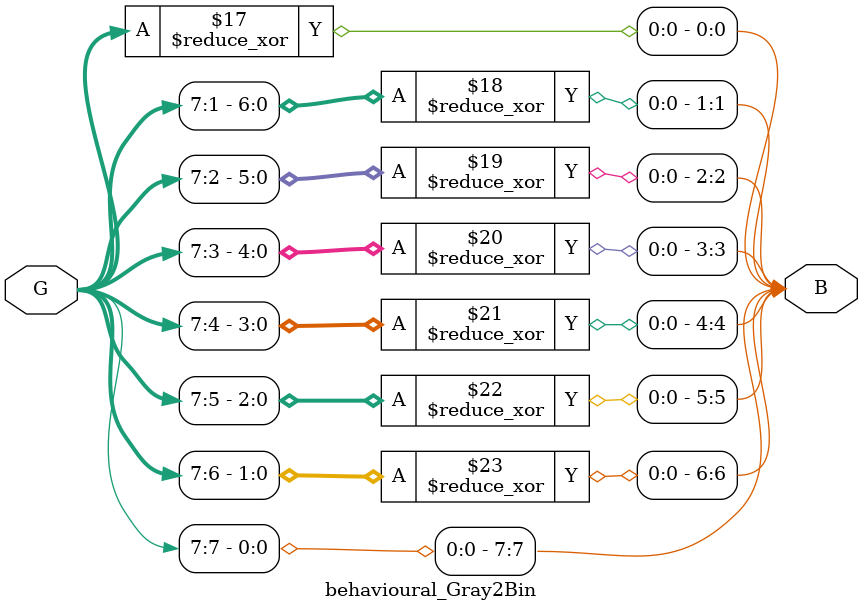
<source format=sv>

function automatic integer log2floor;
    input integer n;
    integer m;
    integer p;
    begin
        m = -1;
        p = 1;
        while (p <= n) begin
            m = m + 1;
            p = p * 2;
        end
        log2floor = m;
    end
endfunction


// Copyright 2024 ETH Zurich and University of Bologna.
// Solderpad Hardware License, Version 0.51, see LICENSE for details.
// SPDX-License-Identifier: SHL-0.51
//
// Based on the work by Reto Zimmermann 1998 - ETH Zürich
// Originally written in VHDL, available under: 
// https://iis-people.ee.ethz.ch/~zimmi/arith_lib.html#library
//
// Authors:
// - Thomas Benz <tbenz@iis.ee.ethz.ch>
// - Philippe Sauter <phsauter@iis.ee.ethz.ch>
// - Paul Scheffler <paulsc@iis.ee.ethz.ch>
//
// Description :
// Incrementer for Gray numbers using parallel-prefix propagate-lookahead
// logic with:
//   - carry-in (CI)
// Bases on the following algorithm:
//   P = A(n-1) xor A(n-2) xor ... xor A(0)
//   Z(0) = A(0) xnor P
//   Z(i) = A(i) xor (A(i-1) and not A(i-2) and not A(i-3) ...
//                           and not A(0) and P)              ; i = 1, ..., n-2
//   Z(n-1) = A(n-1) xor (not A(n-3) and not A(n-4) ... and not A(0) and P)

module IncGrayC #(
	parameter int width = 16,  // word width
	parameter int speed = 0  // performance parameter
) (
	input  logic [width-1:0] A,   // operand
	input  logic             CI,  // carry in
	output logic [width-1:0] Z    // result
);

	logic [width-2:0] PI;  // prefix prop. in
	logic [width-2:0] PO;  // prefix prop. out
	logic P, PT;  // parity bit
	logic [width-1:2] T1;  // temp.
	logic [width-1:0] T2;  // temp.

	// calculate parity bit P
	RedXor #(width) parity (
		.A(A),
		.Z(P)
	);

	// calculate prefix input propagate signal (PI = not A(i))
	assign PI[width-2:1] = ~A[width-3:0];

	// feed slow P signal into prefix circuit for slow architecture
	// consider CI here for bits 2, ..., n-1
	if (speed == 0) begin
		assign PI[0] = P & CI;
	end else begin
		assign PI[0] = CI;
	end

	// calculate prefix output prop. signal (PO = not A(i-2) ... and not A(0))
	PrefixAnd #(width-1, speed) prefix_and (
		.PI(PI),
		.PO(PO)
	);

	// calculate (A and PO)
	assign T1[width-2:2] = A[width-3:1] & PO[width-3:1];
	// special case
	assign T1[width-1] = PO[width-2];

	// calculate (T1 and P) in fast architecture
	for (genvar i = width-1; i >= 2; i--) begin
		if (speed == 0) begin
			assign T2[i] = T1[i];
		end else begin
			assign T2[i] = T1[i] & P;
		end
	end

	// special cases, consider CI hier for bits 0 and 1
	assign T2[1] = A[0] & P & CI;
	assign T2[0] = ~(P | ~CI);

	// calculate result bits
	assign Z = A ^ T2;

endmodule



module behavioural_IncGrayC #(
	parameter int width = 16,  // word width
	parameter int speed = 0  // performance parameter
) (
	input  logic [width-1:0] A,   // operand
	input  logic             CI,  // carry in
	output logic [width-1:0] Z    // result
);
	logic [width-1:0] Abin, Zbin;
	behavioural_Gray2Bin #(width, speed) i_gray2bin (
		.G(A),
		.B(Abin)
	);
	
	assign Zbin = Abin + CI;

	behavioural_Bin2Gray #(width) i_bin2gray (
		.B(Zbin),
		.G(Z)
	);

endmodule


module RedXor #(
	parameter int width = 8  // word width
) (
	input logic [width-1:0] A,  // input vector
	output logic Z  // output bit
);

	logic zv;

	// XOR all bits
	// behavioral description used (well handled by all synthesizers)
	always_comb begin
		zv = A[0];
		for (int i = 1; i < width; i++) begin
			zv ^= A[i];
		end
		Z = zv;
	end

endmodule

module PrefixAnd #(
	parameter int width = 8,  // word width
	parameter int speed = 0  // performance parameter
) (
	input  logic [width-1:0] PI,  // propagate in
	output logic [width-1:0] PO   // propagate out
);

	localparam int n = width;  // prefix structure width
	localparam int m = $clog2(width);  // prefix structure depth

	// Sklansky parallel-prefix propagate-lookahead structure
	if (speed == 2) begin : fastPrefix
		logic [(m+1)*n-1:0] PT;

		assign PT[n-1:0] = PI;
		for (genvar l = 1; l <= m; l++) begin : levels
			for (genvar k = 0; k < 2**(m-l); k++) begin : groups
				for (genvar i = 0; i < 2**(l-1); i++) begin : bits
					if ((k * 2**l +i) < n) begin : white
						assign PT[l*n + k*2**l +i] = PT[(l-1)*n + k* 2**l +i];
					end
					if ((k * 2**l + 2**(l-1) +i) < n) begin : black
						assign PT[l*n + k*2**l + 2**(l-1) + i] =
								PT[(l-1)*n + k*2**l + 2**(l-1) + i] 
							  & PT[(l-1)*n + k*2**l + 2**(l-1) - 1];
					end
				end : bits
			end : groups
		end : levels
		assign PO = PT[(m+1)*n-1 : m*n];
	end // fastPrefix

	// Brent-Kung parallel-prefix propagate-lookahead structure
	if (speed == 1) begin : mediumPrefix
		logic [(2*m)*width-1:0] PT;

		assign PT[n-1:0] = PI;
		for (genvar l = 1; l <= m; l++) begin : levels1
			for (genvar k = 0; k < 2 ** (m - l); k++) begin : groups
				for (genvar i = 0; i < 2 ** l - 1; i++) begin : bits
					if ((k * 2 ** l + i) < n) begin : white
						assign PT[l*width+k*2**l+i] = PT[(l-1)*width+k*2**l+i];
					end
				end : bits
				if ((k * 2 ** l + 2 ** l - 1) < n) begin : black
					assign PT[l*width + k*2**l + 2**l - 1] =
		PT[(l-1)*width + k*2**l + 2**l - 1] & PT[(l-1)*width + k*2**l + 2**(l-1) - 1];
				end
			end : groups
		end : levels1
		for (genvar l = m + 1; l <= 2 * m - 1; l++) begin : levels2
			for (genvar i = 0; i < 2 ** (2 * m - l); i++) begin : bits
				if (i < n) begin : white
					assign PT[l*width+i] = PT[(l-1)*width+i];
				end
			end : bits
			for (genvar k = 1; k < 2 ** (l - m); k++) begin : groups
				if (l < 2 * m - 1) begin : empty
					for (genvar i = 0; i < 2 ** (2 * m - l - 1) - 1; i++) begin : bits
						if ((k * 2 ** (2 * m - l) + i) < n) begin : white
							assign PT[l*width+k*2**(2*m-l)+i] = PT[(l-1)*width+k*2**(2*m-l)+i];
						end
					end : bits
				end
				if ((k * 2 ** (2 * m - l) + 2 ** (2 * m - l - 1) - 1) < n) begin : black
					assign PT[l*width + k*2**(2*m-l) + 2**(2*m-l-1) - 1] =
									PT[(l-1)*width + k*2**(2*m-l) + 2**(2*m-l-1) - 1] 
								  & PT[(l-1)*width + k*2**(2*m-l) - 1];
				end
				for (genvar i = 2 ** (2 * m - l - 1); i < 2 ** (2 * m - l); i++) begin : bits
					if ((k * 2 ** (2 * m - l) + i) < n) begin : white
						assign PT[l*width+k*2**(2*m-l)+i] = PT[(l-1)*width+k*2**(2*m-l)+i];
					end
				end : bits
			end : groups
		end : levels2
		assign PO = PT[2*m*width-1 : (2*m-1)*width];
	end // mediumPrefix

	// Serial-prefix propagate-lookahead structure
	if (speed == 0) begin : slowPrefix
		logic [width-1:0] PT;

		assign PT[0] = PI[0];
		for (genvar i = 1; i < n; i++) begin : bits
			assign PT[i] = PI[i] & PT[i-1];
		end
		assign PO = PT;
	end // slowPrefix  

endmodule

module behavioural_Bin2Gray #(
	parameter int width = 8  // word width
) (
	input  logic [width-1:0] B,  // binary input
	output logic [width-1:0] G   // Gray output
);

	assign G = B ^ (B >> 1);

endmodule

module behavioural_Gray2Bin #(
	parameter int width = 8,  // word width
	parameter int speed = 0  // performance parameter
) (
	input  logic [width-1:0] G,  // Gray input
	output logic [width-1:0] B   // binary output
);

    for (genvar i = 0; i < width; i++)
        assign B[i] = ^G[width-1:i];

endmodule

</source>
